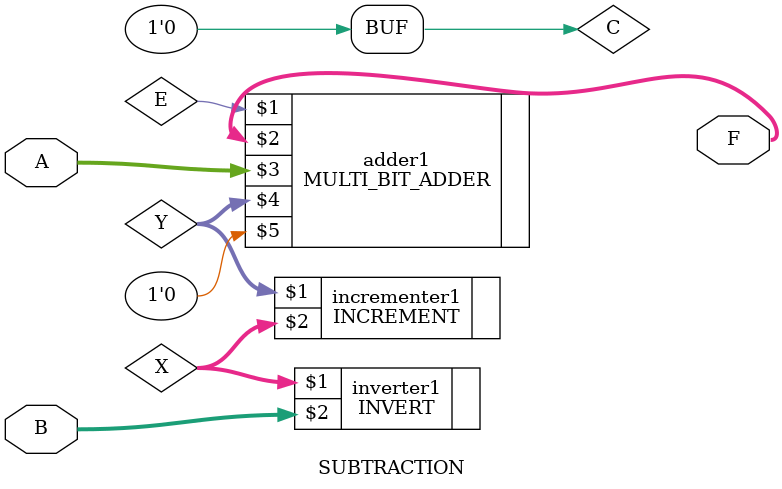
<source format=v>

`timescale 1ns/1ps
`include "../INCREMENT/INCREMENT.v" 
`include "../INVERT/INVERT.v"

module SUBTRACTION(

    output wire [7:0] F,
    input wire [7:0] A,
    input wire [7:0] B

    );

    wire [7:0] X;
    wire [7:0] Y;

    wire E;
    wire C;

    assign C = 0;

    INVERT inverter1(X, B);

    INCREMENT incrementer1(Y, X);

    MULTI_BIT_ADDER adder1(E, F, A, Y, C);

endmodule
</source>
